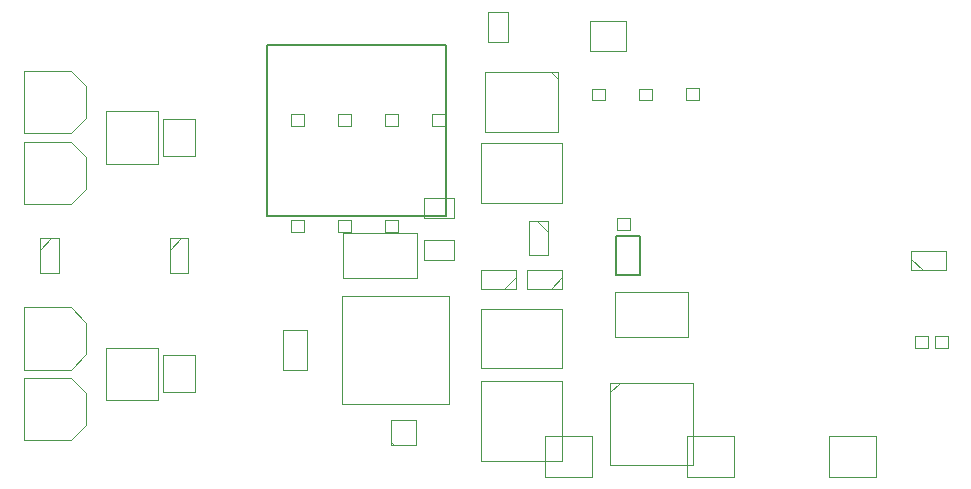
<source format=gbr>
%TF.GenerationSoftware,Altium Limited,Altium Designer,20.0.13 (296)*%
G04 Layer_Color=16711935*
%FSLAX26Y26*%
%MOIN*%
%TF.FileFunction,Other,Mechanical_13*%
%TF.Part,Single*%
G01*
G75*
%TA.AperFunction,NonConductor*%
%ADD59C,0.003937*%
%ADD60C,0.007874*%
%ADD62C,0.001968*%
D59*
X497181Y332701D02*
Y454701D01*
X605181D01*
Y332701D02*
Y454701D01*
X497181Y332701D02*
X605181D01*
X2873032Y50197D02*
Y186024D01*
X2717520D02*
X2873032D01*
X2717520Y50197D02*
Y186024D01*
Y50197D02*
X2873032D01*
X1558913Y103221D02*
X1826913D01*
Y370221D01*
X1558913D02*
X1826913D01*
X1558913Y103221D02*
Y370221D01*
Y1161992D02*
X1826913D01*
X1558913Y963992D02*
Y1161992D01*
Y963992D02*
X1826913D01*
Y1161992D01*
X1988189Y332677D02*
X2019685Y364173D01*
X1988189D02*
X2263780D01*
Y88583D02*
Y364173D01*
X1988189Y88583D02*
X2263780D01*
X1988189D02*
Y364173D01*
X1826772Y677165D02*
Y740158D01*
X1712598D02*
X1826772D01*
X1712598Y677165D02*
Y740158D01*
Y677165D02*
X1826772D01*
X1789370D02*
X1826772Y714567D01*
X1718110Y904331D02*
X1781102D01*
X1718110Y790158D02*
Y904331D01*
Y790158D02*
X1781102D01*
Y904331D01*
X1743701D02*
X1781102Y866929D01*
X2010827Y874016D02*
Y913386D01*
X2054134D01*
Y874016D02*
Y913386D01*
X2010827Y874016D02*
X2054134D01*
X1571913Y1200213D02*
Y1398213D01*
Y1200213D02*
X1813913D01*
Y1398213D01*
X1571913D02*
X1813913D01*
X1792323Y1397803D02*
X1813504Y1376622D01*
X1093032Y293441D02*
X1452032D01*
X1093032D02*
Y652441D01*
X1452032D01*
Y293441D02*
Y652441D01*
X306701Y306701D02*
Y480701D01*
X480701D01*
X306701Y306701D02*
X480701D01*
Y480701D01*
X896614Y539441D02*
X976614D01*
Y406441D02*
Y539441D01*
X896614Y406441D02*
X976614D01*
X896614D02*
Y539441D01*
X1919684Y1467756D02*
X2041732D01*
Y1570118D01*
X1919684D02*
X2041732D01*
X1919684Y1467756D02*
Y1570118D01*
X33465Y407480D02*
Y616142D01*
X189961D01*
X242126Y563976D01*
Y459646D02*
Y563976D01*
X189961Y407480D02*
X242126Y459646D01*
X33465Y407480D02*
X189961D01*
X1098472Y712402D02*
X1343472D01*
Y862402D01*
X1098472D02*
X1343472D01*
X1098472Y712402D02*
Y862402D01*
X33465Y958661D02*
Y1167323D01*
X189961D01*
X242126Y1115158D01*
Y1010827D02*
Y1115158D01*
X189961Y958661D02*
X242126Y1010827D01*
X33465Y958661D02*
X189961D01*
X33465Y1194882D02*
Y1403543D01*
X189961D01*
X242126Y1351378D01*
Y1247047D02*
Y1351378D01*
X189961Y1194882D02*
X242126Y1247047D01*
X33465Y1194882D02*
X189961D01*
X33465Y171260D02*
Y379921D01*
X189961D01*
X242126Y327756D01*
Y223425D02*
Y327756D01*
X189961Y171260D02*
X242126Y223425D01*
X33465Y171260D02*
X189961D01*
X306701Y1094102D02*
Y1268102D01*
X480701D01*
X306701Y1094102D02*
X480701D01*
Y1268102D01*
X3114094Y481063D02*
Y520433D01*
X3070787D02*
X3114094D01*
X3070787Y481063D02*
Y520433D01*
Y481063D02*
X3114094D01*
X3046338D02*
Y520433D01*
X3003032D02*
X3046338D01*
X3003032Y481063D02*
Y520433D01*
Y481063D02*
X3046338D01*
X1438976Y1220473D02*
Y1259842D01*
X1395669D02*
X1438976D01*
X1395669Y1220473D02*
Y1259842D01*
Y1220473D02*
X1438976D01*
X1281496D02*
Y1259842D01*
X1238189D02*
X1281496D01*
X1238189Y1220473D02*
Y1259842D01*
Y1220473D02*
X1281496D01*
X1124016D02*
Y1259842D01*
X1080709D02*
X1124016D01*
X1080709Y1220473D02*
Y1259842D01*
Y1220473D02*
X1124016D01*
X966535D02*
Y1259842D01*
X923228D02*
X966535D01*
X923228Y1220473D02*
Y1259842D01*
Y1220473D02*
X966535D01*
X2084646Y1304528D02*
Y1343898D01*
X2127953D01*
Y1304528D02*
Y1343898D01*
X2084646Y1304528D02*
X2127953D01*
X1927165D02*
Y1343898D01*
X1970472D01*
Y1304528D02*
Y1343898D01*
X1927165Y1304528D02*
X1970472D01*
X2242126Y1307480D02*
Y1346850D01*
X2285433D01*
Y1307480D02*
Y1346850D01*
X2242126Y1307480D02*
X2285433D01*
X1080709Y866142D02*
Y905512D01*
Y866142D02*
X1124016D01*
Y905512D01*
X1080709D02*
X1124016D01*
X1238189Y866142D02*
Y905512D01*
Y866142D02*
X1281496D01*
Y905512D01*
X1238189D02*
X1281496D01*
X923228Y866142D02*
Y905512D01*
Y866142D02*
X966535D01*
Y905512D01*
X923228D02*
X966535D01*
X497181Y1120102D02*
Y1242102D01*
X605181D01*
Y1120102D02*
Y1242102D01*
X497181Y1120102D02*
X605181D01*
X2992126Y739646D02*
Y802638D01*
X3106299D01*
Y739646D02*
Y802638D01*
X2992126Y739646D02*
X3106299D01*
X2992126Y777047D02*
X3029528Y739646D01*
X519685Y844488D02*
X582677D01*
Y730315D02*
Y844488D01*
X519685Y730315D02*
X582677D01*
X519685D02*
Y844488D01*
Y807087D02*
X557087Y844488D01*
X86614Y807087D02*
X124016Y844488D01*
X86614Y730315D02*
Y844488D01*
Y730315D02*
X149606D01*
Y844488D01*
X86614D02*
X149606D01*
X1928150Y50197D02*
Y186024D01*
X1772638D02*
X1928150D01*
X1772638Y50197D02*
Y186024D01*
Y50197D02*
X1928150D01*
X2400590D02*
Y186024D01*
X2245079D02*
X2400590D01*
X2245079Y50197D02*
Y186024D01*
Y50197D02*
X2400590D01*
X1673228Y677165D02*
Y740158D01*
X1559055D02*
X1673228D01*
X1559055Y677165D02*
Y740158D01*
Y677165D02*
X1673228D01*
X1635827D02*
X1673228Y714567D01*
X1826913Y412811D02*
Y610811D01*
X1558913Y412811D02*
X1826913D01*
X1558913D02*
Y610811D01*
X1826913D01*
X2247984Y515551D02*
Y665551D01*
X2002984Y515551D02*
X2247984D01*
X2002984D02*
Y665551D01*
X2247984D01*
D60*
X2006244Y851402D02*
X2086244D01*
Y722402D02*
Y851402D01*
X2006244Y722402D02*
X2086244D01*
X2006244D02*
Y851402D01*
X1440732Y920047D02*
Y1491047D01*
X842732Y920047D02*
X1440732D01*
X842732D02*
Y1491047D01*
X1440732D01*
D62*
X1368323Y774087D02*
X1466323D01*
X1368323D02*
Y840087D01*
X1466323D01*
Y774087D02*
Y840087D01*
X1257213Y238850D02*
X1341213D01*
X1257213Y154850D02*
Y238850D01*
Y164850D02*
X1267213Y154850D01*
X1257213D02*
X1341213D01*
Y238850D01*
X1368323Y911882D02*
X1466323D01*
X1368323D02*
Y977882D01*
X1466323D01*
Y911882D02*
Y977882D01*
X1648000Y1501000D02*
Y1599000D01*
X1582000D02*
X1648000D01*
X1582000Y1501000D02*
Y1599000D01*
Y1501000D02*
X1648000D01*
%TF.MD5,4469c7a0be7a59060fdcb1ba97021ba8*%
M02*

</source>
